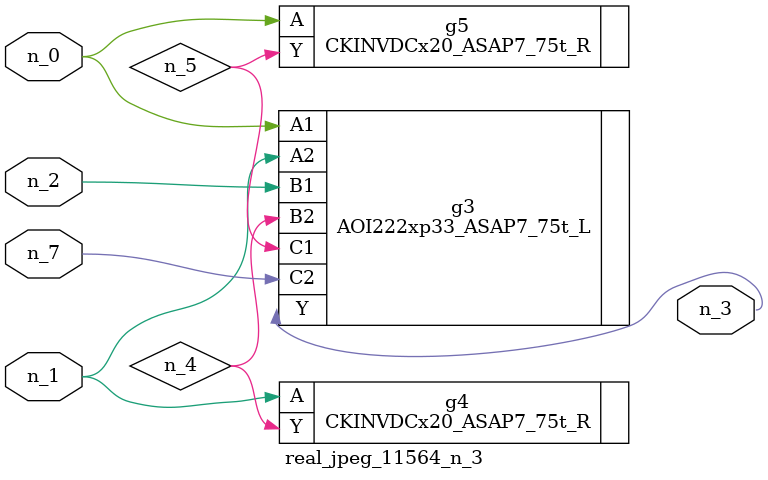
<source format=v>
module real_jpeg_11564_n_3 (n_7, n_1, n_0, n_2, n_3);

input n_7;
input n_1;
input n_0;
input n_2;

output n_3;

wire n_5;
wire n_4;

AOI222xp33_ASAP7_75t_L g3 ( 
.A1(n_0),
.A2(n_1),
.B1(n_2),
.B2(n_4),
.C1(n_5),
.C2(n_7),
.Y(n_3)
);

CKINVDCx20_ASAP7_75t_R g5 ( 
.A(n_0),
.Y(n_5)
);

CKINVDCx20_ASAP7_75t_R g4 ( 
.A(n_1),
.Y(n_4)
);


endmodule
</source>
